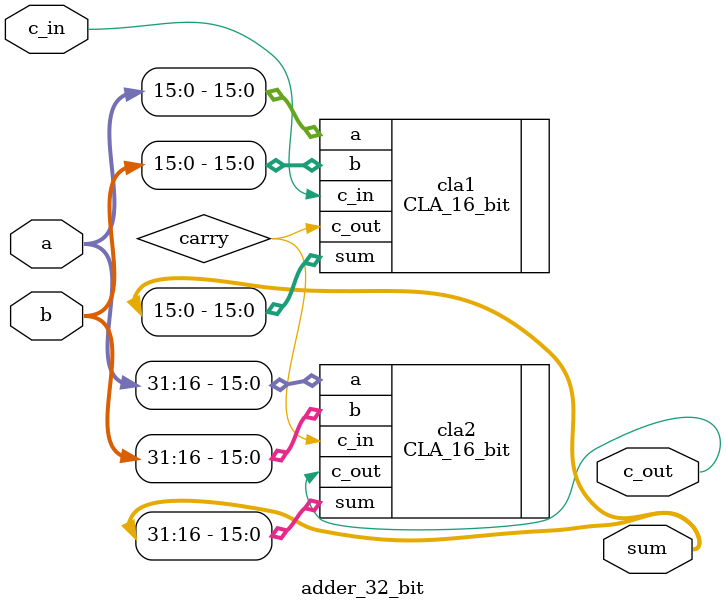
<source format=v>
`timescale 1ns/1ps

/* 

    * Assignment - 6
    * Problem - 3
    * Semester - 5 (Autumn)
    * Group - 56
    * Group members - Utsav Mehta (20CS10069) and Vibhu (20CS10072)

*/

module adder_32_bit (a, b, c_in, sum, c_out);

    input [31:0] a, b;
    input c_in;
    output c_out;
    output [31:0] sum;

    wire carry;

    CLA_16_bit cla1 (.a(a[15:0]), .b(b[15:0]), .c_in(c_in), .sum(sum[15:0]), .c_out(carry));
    CLA_16_bit cla2 (.a(a[31:16]), .b(b[31:16]), .c_in(carry), .sum(sum[31:16]), .c_out(c_out));

endmodule

</source>
